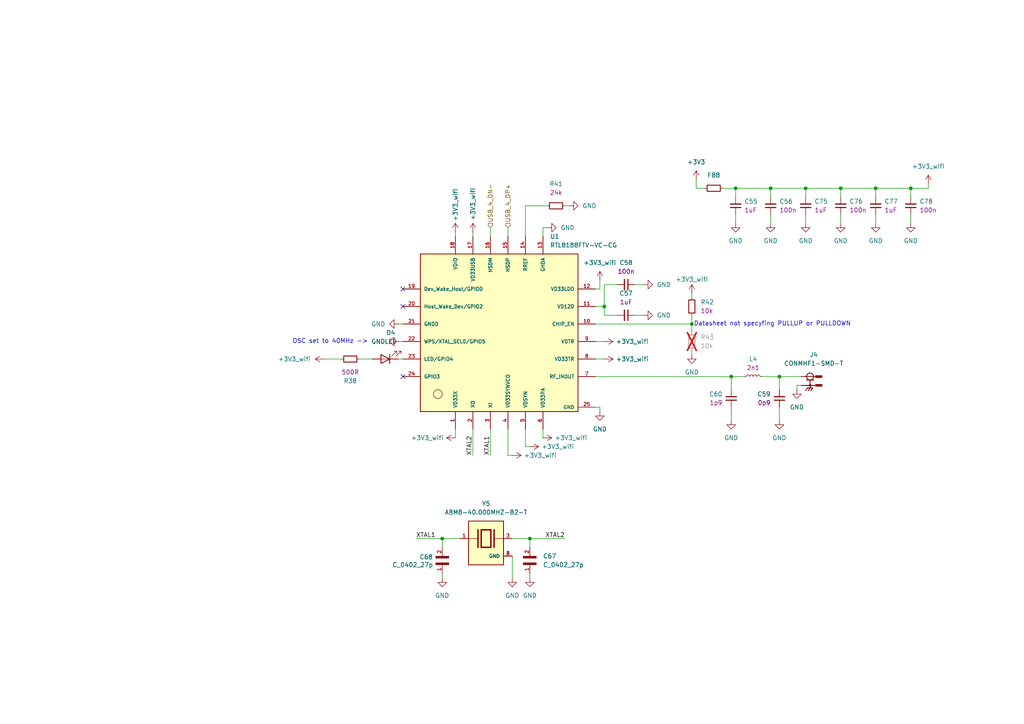
<source format=kicad_sch>
(kicad_sch (version 20231120) (generator "eeschema") (generator_version "8.0")
  (paper "A4")
  (title_block (title "M2SmartHome") (date "2024-10-11") (rev "Rev 1.0.0"))
  (lib_symbols
    (symbol "M2SmartHomeSymbols:04025A270FAT2A" (pin_names (offset 1.016))
      (property "Reference" "C" (at 0 3.8109 0))
      (property "Value" "C_0402_27p" (at 0 -5.0885 0))
      (symbol "04025A270FAT2A_0_0"
        (rectangle (start 0 -1.9069) (end 0.635 1.905) (stroke (width 0.1)) (fill (type outline)))
        (rectangle (start 1.9069 -1.9069) (end 2.54 1.905) (stroke (width 0.1)) (fill (type outline)))
        (pin passive line (at -2.54 0 0) (length 2.54) (name "~") (number "1"))
        (pin passive line (at 5.08 0 180) (length 2.54) (name "~") (number "2"))
      )
    )
    (symbol "M2SmartHomeSymbols:ABM8-40.000MHZ-B2-T" (pin_names (offset 1.016))
      (property "Reference" "Y" (at -5.0878 6.3559 0))
      (property "Value" "ABM8-40.000MHZ-B2-T" (at -5.0944 -10.16 0))
      (symbol "ABM8-40.000MHZ-B2-T_0_0"
        (rectangle (start -5.08 5.08) (end 5.08 -7.62) (stroke (width 0.254)) (fill (type background)))
        (polyline (pts (xy -5.08 0) (xy -2.54 0)) (stroke (width 0.1524)))
        (polyline (pts (xy -2.3368 2.54) (xy -2.3368 -2.54)) (stroke (width 0.4064)))
        (polyline (pts (xy -1.397 2.54) (xy -1.397 -2.54)) (stroke (width 0.4064)))
        (polyline (pts (xy -1.397 2.54) (xy 1.397 2.54)) (stroke (width 0.4064)))
        (polyline (pts (xy 1.397 -2.54) (xy -1.397 -2.54)) (stroke (width 0.4064)))
        (polyline (pts (xy 1.397 2.54) (xy 1.397 -2.54)) (stroke (width 0.4064)))
        (polyline (pts (xy 2.3368 2.54) (xy 2.3368 -2.54)) (stroke (width 0.4064)))
        (polyline (pts (xy 2.54 0) (xy 5.08 0)) (stroke (width 0.1524)))
        (pin passive line (at -7.62 0 0) (length 2.54) (name "~") (number "1"))
        (pin power_in line (at 7.62 -5.08 180) (length 2.54) (name "GND") (number "2"))
        (pin passive line (at 7.62 0 180) (length 2.54) (name "~") (number "3"))
        (pin power_in line (at 7.62 -5.08 180) (length 2.54) (name "GND") (number "4"))
      )
    )
    (symbol "M2SmartHomeSymbols:CONMHF1-SMD-T" (pin_numbers hide) (pin_names (offset 0) hide)
      (property "Reference" "J" (at -3.81 1.524 0))
      (property "Value" "CONMHF1-SMD-T" (at -4.064 -6.858 0))
      (symbol "CONMHF1-SMD-T_0_0"
        (circle (center 0 -2.54) (radius 0.254) (stroke (width 0.254)))
        (polyline (pts (xy -1.016 -1.016) (xy 0 -1.016)) (stroke (width 0.254)))
        (polyline (pts (xy -0.762 -3.302) (xy -1.27 -4.064)) (stroke (width 0.254)))
        (polyline (pts (xy 0 -3.302) (xy -0.762 -3.302)) (stroke (width 0.254)))
        (polyline (pts (xy 0 -3.302) (xy -0.508 -4.064)) (stroke (width 0.254)))
        (polyline (pts (xy 0 -3.302) (xy 0.762 -3.302)) (stroke (width 0.254)))
        (polyline (pts (xy 0 -1.016) (xy 0 -3.302)) (stroke (width 0.254)))
        (polyline (pts (xy 0 -1.016) (xy 1.016 -1.016)) (stroke (width 0.254)))
        (polyline (pts (xy 0.762 -3.302) (xy 0.254 -4.064)) (stroke (width 0.254)))
        (circle (center 0 0) (radius 1.016) (stroke (width 0.254)))
        (rectangle (start 1.5875 -2.8575) (end 3.4925 -2.2225) (stroke (width 0.1)) (fill (type outline)))
        (rectangle (start 1.5875 -0.3175) (end 3.4925 0.3175) (stroke (width 0.1)) (fill (type outline)))
        (pin passive line (at -2.54 0 0) (length 5.08) (name "~") (number "1"))
        (pin passive line (at -2.54 -2.54 0) (length 5.08) (name "~") (number "S1"))
        (pin passive line (at -2.54 -2.54 0) (length 5.08) (name "~") (number "S2"))
        (pin passive line (at -2.54 -2.54 0) (length 5.08) (name "~") (number "S3"))
      )
    )
    (symbol "M2SmartHomeSymbols:C_0p9_0201" (pin_numbers hide) (pin_names hide)
      (property "Reference" "C" (at 20.32 -5.08 0))
      (property "Val" "0p9" (at 20.32 -7.62 0))
      (symbol "C_0p9_0201_0_1"
        (polyline (pts (xy 2.032 -1.524) (xy 2.032 1.524)) (stroke (width 0.3048)))
        (polyline (pts (xy 3.048 -1.524) (xy 3.048 1.524)) (stroke (width 0.3302)))
      )
      (symbol "C_0p9_0201_1_1"
        (pin passive line (at 0 0 0) (length 2.032) (name "~") (number "1"))
        (pin passive line (at 5.08 0 180) (length 2.032) (name "~") (number "2"))
      )
    )
    (symbol "M2SmartHomeSymbols:C_100n_0402" (pin_numbers hide) (pin_names hide)
      (property "Reference" "C" (at 20.32 -5.08 0))
      (property "Val" "100n" (at 20.32 -7.62 0))
      (symbol "C_100n_0402_0_1"
        (polyline (pts (xy 2.032 -1.524) (xy 2.032 1.524)) (stroke (width 0.3048)))
        (polyline (pts (xy 3.048 -1.524) (xy 3.048 1.524)) (stroke (width 0.3302)))
      )
      (symbol "C_100n_0402_1_1"
        (pin passive line (at 0 0 0) (length 2.032) (name "~") (number "1"))
        (pin passive line (at 5.08 0 180) (length 2.032) (name "~") (number "2"))
      )
    )
    (symbol "M2SmartHomeSymbols:C_1p9_0201" (pin_numbers hide) (pin_names hide)
      (property "Reference" "C" (at 20.32 -5.08 0))
      (property "Val" "1p9" (at 20.32 -7.62 0))
      (symbol "C_1p9_0201_0_1"
        (polyline (pts (xy 2.032 -1.524) (xy 2.032 1.524)) (stroke (width 0.3048)))
        (polyline (pts (xy 3.048 -1.524) (xy 3.048 1.524)) (stroke (width 0.3302)))
      )
      (symbol "C_1p9_0201_1_1"
        (pin passive line (at 0 0 0) (length 2.032) (name "~") (number "1"))
        (pin passive line (at 5.08 0 180) (length 2.032) (name "~") (number "2"))
      )
    )
    (symbol "M2SmartHomeSymbols:C_1uF_0402" (pin_numbers hide) (pin_names hide)
      (property "Reference" "C" (at 20.32 -5.08 0))
      (property "Val" "1uF" (at 20.32 -7.62 0))
      (symbol "C_1uF_0402_0_1"
        (polyline (pts (xy 2.032 -1.524) (xy 2.032 1.524)) (stroke (width 0.3048)))
        (polyline (pts (xy 3.048 -1.524) (xy 3.048 1.524)) (stroke (width 0.3302)))
      )
      (symbol "C_1uF_0402_1_1"
        (pin passive line (at 0 0 0) (length 2.032) (name "~") (number "1"))
        (pin passive line (at 5.08 0 180) (length 2.032) (name "~") (number "2"))
      )
    )
    (symbol "M2SmartHomeSymbols:FB_120R_0603" (pin_numbers hide) (pin_names hide)
      (property "Reference" "FB" (at 20.32 -5.08 0))
      (symbol "FB_120R_0603_0_1"
        (rectangle (start 0.635 0.889) (end 4.445 -0.889) (stroke (width 0.254)))
      )
      (symbol "FB_120R_0603_1_1"
        (pin passive line (at 0 0 0) (length 0.635) (name "~") (number "1"))
        (pin passive line (at 5.08 0 180) (length 0.635) (name "~") (number "2"))
      )
    )
    (symbol "M2SmartHomeSymbols:KP-1608CGCK" (pin_numbers hide) (pin_names (offset 1.016) hide)
      (property "Reference" "D" (at 0 2.54 0))
      (property "Value" "LED" (at 0 -2.54 0))
      (symbol "KP-1608CGCK_0_1"
        (polyline (pts (xy -1.27 -1.27) (xy -1.27 1.27)) (stroke (width 0.254)))
        (polyline (pts (xy -1.27 0) (xy 1.27 0)))
        (polyline (pts (xy 1.27 -1.27) (xy 1.27 1.27) (xy -1.27 0) (xy 1.27 -1.27)) (stroke (width 0.254)))
        (polyline (pts (xy -3.048 -0.762) (xy -4.572 -2.286) (xy -3.81 -2.286) (xy -4.572 -2.286) (xy -4.572 -1.524)))
        (polyline (pts (xy -1.778 -0.762) (xy -3.302 -2.286) (xy -2.54 -2.286) (xy -3.302 -2.286) (xy -3.302 -1.524)))
      )
      (symbol "KP-1608CGCK_1_1"
        (pin passive line (at -3.81 0 0) (length 2.54) (name "K") (number "1"))
        (pin passive line (at 3.81 0 180) (length 2.54) (name "A") (number "2"))
      )
    )
    (symbol "M2SmartHomeSymbols:L_2n1_0201" (pin_numbers hide) (pin_names hide)
      (property "Reference" "L" (at 20.32 -5.08 0))
      (property "Val" "2n1" (at 20.32 -7.62 0))
      (symbol "L_2n1_0201_0_1"
        (arc (start 1.524 0) (mid 1.016 0.5058) (end 0.508 0))
        (arc (start 2.54 0) (mid 2.032 0.5058) (end 1.524 0))
        (arc (start 3.556 0) (mid 3.048 0.5058) (end 2.54 0))
        (arc (start 4.572 0) (mid 4.064 0.5058) (end 3.556 0))
      )
      (symbol "L_2n1_0201_1_1"
        (pin passive line (at 0 0 0) (length 0.508) (name "~") (number "1"))
        (pin passive line (at 5.08 0 180) (length 0.508) (name "~") (number "2"))
      )
    )
    (symbol "M2SmartHomeSymbols:RTL8188FTV-VC-CG" (pin_names (offset 1.016))
      (property "Reference" "U" (at -22.606 24.384 0))
      (property "Value" "RTL8188FTV-VC-CG" (at -9.398 0 0))
      (symbol "RTL8188FTV-VC-CG_0_0"
        (rectangle (start -22.86 22.86) (end 22.86 -22.86) (stroke (width 0.254)) (fill (type background)))
      )
      (symbol "RTL8188FTV-VC-CG_0_1"
        (circle (center -17.78 -17.78) (radius 1.27))
      )
      (symbol "RTL8188FTV-VC-CG_1_0"
        (pin power_in line (at -12.7 -27.94 90) (length 5.08) (name "VD33X") (number "1"))
        (pin bidirectional line (at 27.94 2.54 180) (length 5.08) (name "CHIP_EN") (number "10"))
        (pin bidirectional line (at 27.94 7.62 180) (length 5.08) (name "VD12D") (number "11"))
        (pin power_in line (at 27.94 12.7 180) (length 5.08) (name "VD33LDO") (number "12"))
        (pin bidirectional line (at 12.7 27.94 270) (length 5.08) (name "GHDA") (number "13"))
        (pin bidirectional line (at 7.62 27.94 270) (length 5.08) (name "RREF") (number "14"))
        (pin bidirectional line (at 2.54 27.94 270) (length 5.08) (name "HSDP") (number "15"))
        (pin bidirectional line (at -2.54 27.94 270) (length 5.08) (name "HSDM") (number "16"))
        (pin bidirectional line (at -7.62 27.94 270) (length 5.08) (name "VD33USB") (number "17"))
        (pin bidirectional line (at -12.7 27.94 270) (length 5.08) (name "VDIO") (number "18"))
        (pin bidirectional line (at -27.94 12.7 0) (length 5.08) (name "Dev_Wake_Host/GPIO0") (number "19"))
        (pin bidirectional line (at -7.62 -27.94 90) (length 5.08) (name "XO") (number "2"))
        (pin bidirectional line (at -27.94 7.62 0) (length 5.08) (name "Host_Wake_Dev/GPIO2") (number "20"))
        (pin power_in line (at -27.94 2.54 0) (length 5.08) (name "GNDD") (number "21"))
        (pin bidirectional line (at -27.94 -2.54 0) (length 5.08) (name "WPS/XTAL_SEL0/GPIO5") (number "22"))
        (pin bidirectional line (at -27.94 -7.62 0) (length 5.08) (name "LED/GPIO4") (number "23"))
        (pin bidirectional line (at -27.94 -12.7 0) (length 5.08) (name "GPIO3") (number "24"))
        (pin bidirectional line (at 27.94 -21.59 180) (length 5.08) (name "GND") (number "25"))
        (pin bidirectional line (at -2.54 -27.94 90) (length 5.08) (name "XI") (number "3"))
        (pin power_in line (at 2.54 -27.94 90) (length 5.08) (name "VD33SYNVCO") (number "4"))
        (pin power_out line (at 7.62 -27.94 90) (length 5.08) (name "VDSYN") (number "5"))
        (pin power_in line (at 12.7 -27.94 90) (length 5.08) (name "VD33PA") (number "6"))
        (pin bidirectional line (at 27.94 -12.7 180) (length 5.08) (name "RF_INOUT") (number "7"))
        (pin bidirectional line (at 27.94 -7.62 180) (length 5.08) (name "VD33TR") (number "8"))
        (pin bidirectional line (at 27.94 -2.54 180) (length 5.08) (name "VDTR") (number "9"))
      )
    )
    (symbol "M2SmartHomeSymbols:R_10k_0402" (pin_numbers hide) (pin_names hide)
      (property "Reference" "R" (at 20.32 -5.08 0))
      (property "Val" "10k" (at 20.32 -7.62 0))
      (symbol "R_10k_0402_0_1"
        (rectangle (start 0.635 0.889) (end 4.445 -0.889) (stroke (width 0.254)))
      )
      (symbol "R_10k_0402_1_1"
        (pin passive line (at 0 0 0) (length 0.635) (name "~") (number "1"))
        (pin passive line (at 5.08 0 180) (length 0.635) (name "~") (number "2"))
      )
    )
    (symbol "M2SmartHomeSymbols:R_24k_0402" (pin_numbers hide) (pin_names hide)
      (property "Reference" "R" (at 20.32 -5.08 0))
      (property "Val" "24k" (at 20.32 -7.62 0))
      (symbol "R_24k_0402_0_1"
        (rectangle (start 0.635 0.889) (end 4.445 -0.889) (stroke (width 0.254)))
      )
      (symbol "R_24k_0402_1_1"
        (pin passive line (at 0 0 0) (length 0.635) (name "~") (number "1"))
        (pin passive line (at 5.08 0 180) (length 0.635) (name "~") (number "2"))
      )
    )
    (symbol "M2SmartHomeSymbols:R_500R_0402" (pin_numbers hide) (pin_names hide)
      (property "Reference" "R" (at 20.32 -5.08 0))
      (property "Val" "500R" (at 20.32 -7.62 0))
      (symbol "R_500R_0402_0_1"
        (rectangle (start 0.635 0.889) (end 4.445 -0.889) (stroke (width 0.254)))
      )
      (symbol "R_500R_0402_1_1"
        (pin passive line (at 0 0 0) (length 0.635) (name "~") (number "1"))
        (pin passive line (at 5.08 0 180) (length 0.635) (name "~") (number "2"))
      )
    )
    (symbol "power:+3V3" (power) (pin_numbers hide) (pin_names (offset 0) hide)
      (property "Value" "+3V3" (at 0 3.556 0))
      (symbol "+3V3_0_1"
        (polyline (pts (xy -0.762 1.27) (xy 0 2.54)))
        (polyline (pts (xy 0 0) (xy 0 2.54)))
        (polyline (pts (xy 0 2.54) (xy 0.762 1.27)))
      )
      (symbol "+3V3_1_1"
        (pin power_in line (at 0 0 90) (length 0) (name "~") (number "1"))
      )
    )
    (symbol "power:GND" (power) (pin_numbers hide) (pin_names (offset 0) hide)
      (property "Value" "GND" (at 0 -3.81 0))
      (symbol "GND_0_1"
        (polyline (pts (xy 0 0) (xy 0 -1.27) (xy 1.27 -1.27) (xy 0 -2.54) (xy -1.27 -1.27) (xy 0 -1.27)))
      )
      (symbol "GND_1_1"
        (pin power_in line (at 0 0 270) (length 0) (name "~") (number "1"))
      )
    )
  )
  (junction (at 200.66 93.98))
  (junction (at 212.09 109.22))
  (junction (at 223.52 54.61))
  (junction (at 264.16 54.61))
  (junction (at 128.27 156.21))
  (junction (at 226.06 109.22))
  (junction (at 254 54.61))
  (junction (at 153.67 156.21))
  (junction (at 233.68 54.61))
  (junction (at 213.36 54.61))
  (junction (at 243.84 54.61))
  (junction (at 175.26 88.9))
  (no_connect (at 116.84 88.9))
  (no_connect (at 116.84 83.82))
  (no_connect (at 116.84 109.22))
  (wire (pts (xy 226.06 113.03) (xy 226.06 109.22)))
  (wire (pts (xy 148.59 156.21) (xy 153.67 156.21)))
  (wire (pts (xy 157.48 66.04) (xy 157.48 68.58)))
  (wire (pts (xy 128.27 156.21) (xy 133.35 156.21)))
  (wire (pts (xy 115.57 99.06) (xy 116.84 99.06)))
  (wire (pts (xy 226.06 109.22) (xy 220.98 109.22)))
  (wire (pts (xy 226.06 118.11) (xy 226.06 121.92)))
  (wire (pts (xy 132.08 124.46) (xy 132.08 127)))
  (wire (pts (xy 172.72 118.11) (xy 173.99 118.11)))
  (wire (pts (xy 212.09 109.22) (xy 172.72 109.22)))
  (wire (pts (xy 184.15 91.44) (xy 186.69 91.44)))
  (wire (pts (xy 223.52 62.23) (xy 223.52 64.77)))
  (wire (pts (xy 173.99 118.11) (xy 173.99 119.38)))
  (wire (pts (xy 148.59 161.29) (xy 148.59 167.64)))
  (wire (pts (xy 254 54.61) (xy 264.16 54.61)))
  (wire (pts (xy 137.16 68.58) (xy 137.16 67.31)))
  (wire (pts (xy 152.4 129.54) (xy 153.67 129.54)))
  (wire (pts (xy 200.66 93.98) (xy 200.66 91.44)))
  (wire (pts (xy 215.9 109.22) (xy 212.09 109.22)))
  (wire (pts (xy 152.4 68.58) (xy 152.4 59.69)))
  (wire (pts (xy 232.41 109.22) (xy 226.06 109.22)))
  (wire (pts (xy 212.09 113.03) (xy 212.09 109.22)))
  (wire (pts (xy 179.07 91.44) (xy 175.26 91.44)))
  (wire (pts (xy 269.24 54.61) (xy 269.24 53.34)))
  (wire (pts (xy 173.99 83.82) (xy 172.72 83.82)))
  (wire (pts (xy 184.15 82.55) (xy 186.69 82.55)))
  (wire (pts (xy 163.83 59.69) (xy 165.1 59.69)))
  (wire (pts (xy 264.16 54.61) (xy 264.16 57.15)))
  (wire (pts (xy 200.66 85.09) (xy 200.66 86.36)))
  (wire (pts (xy 172.72 104.14) (xy 175.26 104.14)))
  (wire (pts (xy 232.41 111.76) (xy 231.14 111.76)))
  (wire (pts (xy 243.84 54.61) (xy 243.84 57.15)))
  (wire (pts (xy 233.68 62.23) (xy 233.68 64.77)))
  (wire (pts (xy 128.27 156.21) (xy 120.65 156.21)))
  (wire (pts (xy 175.26 82.55) (xy 175.26 88.9)))
  (wire (pts (xy 243.84 54.61) (xy 254 54.61)))
  (wire (pts (xy 223.52 54.61) (xy 223.52 57.15)))
  (wire (pts (xy 153.67 158.75) (xy 153.67 156.21)))
  (wire (pts (xy 213.36 54.61) (xy 223.52 54.61)))
  (wire (pts (xy 223.52 54.61) (xy 233.68 54.61)))
  (wire (pts (xy 269.24 54.61) (xy 264.16 54.61)))
  (wire (pts (xy 201.93 52.07) (xy 201.93 54.61)))
  (wire (pts (xy 147.32 132.08) (xy 148.59 132.08)))
  (wire (pts (xy 147.32 124.46) (xy 147.32 132.08)))
  (wire (pts (xy 153.67 166.37) (xy 153.67 167.64)))
  (wire (pts (xy 128.27 166.37) (xy 128.27 167.64)))
  (wire (pts (xy 200.66 93.98) (xy 200.66 96.52)))
  (wire (pts (xy 254 62.23) (xy 254 64.77)))
  (wire (pts (xy 233.68 54.61) (xy 243.84 54.61)))
  (wire (pts (xy 152.4 59.69) (xy 158.75 59.69)))
  (wire (pts (xy 175.26 88.9) (xy 172.72 88.9)))
  (wire (pts (xy 264.16 62.23) (xy 264.16 64.77)))
  (wire (pts (xy 175.26 91.44) (xy 175.26 88.9)))
  (wire (pts (xy 243.84 62.23) (xy 243.84 64.77)))
  (wire (pts (xy 107.95 104.14) (xy 104.14 104.14)))
  (wire (pts (xy 213.36 62.23) (xy 213.36 64.77)))
  (wire (pts (xy 173.99 81.28) (xy 173.99 83.82)))
  (wire (pts (xy 99.06 104.14) (xy 93.98 104.14)))
  (wire (pts (xy 115.57 93.98) (xy 116.84 93.98)))
  (wire (pts (xy 142.24 124.46) (xy 142.24 132.08)))
  (wire (pts (xy 200.66 101.6) (xy 200.66 102.87)))
  (wire (pts (xy 172.72 99.06) (xy 175.26 99.06)))
  (wire (pts (xy 231.14 111.76) (xy 231.14 113.03)))
  (wire (pts (xy 179.07 82.55) (xy 175.26 82.55)))
  (wire (pts (xy 128.27 158.75) (xy 128.27 156.21)))
  (wire (pts (xy 142.24 66.04) (xy 142.24 68.58)))
  (wire (pts (xy 201.93 54.61) (xy 204.47 54.61)))
  (wire (pts (xy 153.67 156.21) (xy 163.83 156.21)))
  (wire (pts (xy 157.48 124.46) (xy 157.48 127)))
  (wire (pts (xy 212.09 118.11) (xy 212.09 121.92)))
  (wire (pts (xy 209.55 54.61) (xy 213.36 54.61)))
  (wire (pts (xy 158.75 66.04) (xy 157.48 66.04)))
  (wire (pts (xy 152.4 124.46) (xy 152.4 129.54)))
  (wire (pts (xy 132.08 68.58) (xy 132.08 67.31)))
  (wire (pts (xy 254 54.61) (xy 254 57.15)))
  (wire (pts (xy 137.16 124.46) (xy 137.16 132.08)))
  (wire (pts (xy 233.68 54.61) (xy 233.68 57.15)))
  (wire (pts (xy 116.84 104.14) (xy 115.57 104.14)))
  (wire (pts (xy 147.32 66.04) (xy 147.32 68.58)))
  (wire (pts (xy 213.36 54.61) (xy 213.36 57.15)))
  (wire (pts (xy 172.72 93.98) (xy 200.66 93.98)))
  (text "Datasheet not specyfing PULLUP or PULLDOWN\n" (at 224.028 93.98 0) (effects (font (size 1.27 1.27))))
  (text "OSC set to 40MHz ->" (at 95.758 99.06 0) (effects (font (size 1.27 1.27))))
  (label "XTAL1" (at 142.24 132.08 90))
  (label "XTAL2" (at 137.16 132.08 90))
  (label "XTAL2" (at 163.83 156.21 180))
  (label "XTAL1" (at 120.65 156.21 0))
  (hierarchical_label "USB_4_DP+" (shape input) (at 147.32 66.04 90))
  (hierarchical_label "USB_4_DN-" (shape input) (at 142.24 66.04 90))
  (symbol (lib_id "power:GND") (at 165.1 59.69 90) (unit 1)
    (property "Reference" "#PWR0129" (effects (hide yes)))
    (property "Value" "GND" (at 168.91 59.6899 90) (effects (justify right)))
    (property "Description" "Power symbol creates a global label with name \"GND\" , ground" (effects (hide yes)))
  )
  (symbol (lib_id "M2SmartHomeSymbols:ABM8-40.000MHZ-B2-T") (at 140.97 156.21 0) (unit 1)
    (property "Reference" "Y5" (at 140.97 146.05 0))
    (property "Value" "ABM8-40.000MHZ-B2-T" (at 140.97 148.59 0))
    (property "Footprint" "M2SmartHomeFootprints:ABM8-40.000MHZ-B2-T" (effects (hide yes)))
    (property "Datasheet" "https://eu.mouser.com/datasheet/2/3/abm8-1384678.pdf" (effects (hide yes)))
    (property "MF" "Abracon Corporation" (effects (hide yes)))
    (property "MAXIMUM_PACKAGE_HEIGHT" "0.8 mm" (effects (hide yes)))
    (property "Package" "NON-STANDARD-4 ABRACON" (effects (hide yes)))
    (property "Price" "None" (effects (hide yes)))
    (property "STANDARD" "Manufacturer Recommendations" (effects (hide yes)))
    (property "PARTREV" "44041" (effects (hide yes)))
    (property "MP" "ABM8-40.000MHZ-B2-T" (effects (hide yes)))
    (property "Availability" "In Stock" (effects (hide yes)))
    (property "MANUFACTURER" "Abracon" (effects (hide yes)))
  )
  (symbol (lib_id "M2SmartHomeSymbols:FB_120R_0603") (at 204.47 54.61 0) (unit 1)
    (property "Reference" "FB8" (at 207.01 50.8 0))
    (property "Value" "FB_120R_0603" (effects (hide yes)))
    (property "Footprint" "M2SmartHomeFootprints:FB_0603" (effects (hide yes)))
    (property "Datasheet" "https://www.murata.com/products/productdetail?partno=BLM18AG121SN1D" (effects (hide yes)))
    (property "Description" "SMD Ferrite Bead, 120 Ω @ 100 MHz, 2 A, 0603 [1608 Metric], BLM18A Series" (effects (hide yes)))
    (property "MPN" "BLM18AG121SN1D" (effects (hide yes)))
    (property "Manufacturer" "Murata" (effects (hide yes)))
    (property "License" "Apache-2.0" (effects (hide yes)))
    (property "Author" "Your Name" (effects (hide yes)))
    (property "Impedance" "120R @ 100 MHz" (effects (hide yes)))
    (property "Current" "2A" (effects (hide yes)))
  )
  (symbol (lib_id "power:+3V3") (at 137.16 67.31 0) (unit 1)
    (property "Reference" "#PWR0177" (effects (hide yes)))
    (property "Value" "+3V3_wifi" (at 137.16 59.182 90))
    (property "Description" "Power symbol creates a global label with name \"+3V3\"" (effects (hide yes)))
  )
  (symbol (lib_id "power:GND") (at 173.99 119.38 0) (unit 1)
    (property "Reference" "#PWR0124" (effects (hide yes)))
    (property "Value" "GND" (at 173.99 124.46 0))
    (property "Description" "Power symbol creates a global label with name \"GND\" , ground" (effects (hide yes)))
  )
  (symbol (lib_id "power:GND") (at 153.67 167.64 0) (unit 1)
    (property "Reference" "#PWR0168" (effects (hide yes)))
    (property "Value" "GND" (at 153.67 172.72 0))
    (property "Description" "Power symbol creates a global label with name \"GND\" , ground" (effects (hide yes)))
  )
  (symbol (lib_id "power:+3V3") (at 201.93 52.07 0) (unit 1)
    (property "Reference" "#PWR0131" (effects (hide yes)))
    (property "Value" "+3V3" (at 201.93 46.99 0))
    (property "Description" "Power symbol creates a global label with name \"+3V3\"" (effects (hide yes)))
  )
  (symbol (lib_id "power:+3V3") (at 200.66 85.09 0) (unit 1)
    (property "Reference" "#PWR0166" (effects (hide yes)))
    (property "Value" "+3V3_wifi" (at 200.66 81.026 0))
    (property "Description" "Power symbol creates a global label with name \"+3V3\"" (effects (hide yes)))
  )
  (symbol (lib_id "M2SmartHomeSymbols:R_10k_0402") (at 200.66 91.44 90) (unit 1)
    (property "Reference" "R42" (at 203.2 87.63 90) (effects (justify right)))
    (property "Value" "R_10k_0402" (effects (hide yes)))
    (property "Footprint" "M2SmartHomeFootprints:R_0402" (effects (hide yes)))
    (property "Datasheet" "https://www.vishay.com/docs/20035/crcw0402.pdf" (effects (hide yes)))
    (property "Description" "SMD Thick Film Resistor, 10 kΩ, ±1%, 1/16 W, 0402 [1005 Metric], CRCW Series" (effects (hide yes)))
    (property "MPN" "CRCW040210K0FKED" (effects (hide yes)))
    (property "Manufacturer" "Vishay" (effects (hide yes)))
    (property "License" "Apache-2.0" (effects (hide yes)))
    (property "Author" "Your Name" (effects (hide yes)))
    (property "Val" "10k" (at 203.2 90.17 90) (effects (justify right)))
    (property "Tolerance" "1%" (effects (hide yes)))
    (property "Power" "1/16 W" (effects (hide yes)))
  )
  (symbol (lib_id "M2SmartHomeSymbols:C_100n_0402") (at 264.16 62.23 90) (unit 1)
    (property "Reference" "C78" (at 266.7 58.4136 90) (effects (justify right)))
    (property "Value" "C_100n_0402" (effects (hide yes)))
    (property "Footprint" "M2SmartHomeFootprints:C_0402" (effects (hide yes)))
    (property "Datasheet" "https://www.murata.com/products/productdetail?partno=GRM155R61A104KE01%23" (effects (hide yes)))
    (property "Description" "SMD Multilayer Ceramic Capacitor, 100 nF, 10 V, 0402 [1005 Metric], ±10%, X5R, GRM Series" (effects (hide yes)))
    (property "MPN" "GRM155R61A104KE01D" (effects (hide yes)))
    (property "Manufacturer" "Murata" (effects (hide yes)))
    (property "License" "Apache-2.0" (effects (hide yes)))
    (property "Author" "Your Name" (effects (hide yes)))
    (property "Val" "100n" (at 266.7 60.9536 90) (effects (justify right)))
    (property "Voltage" "10V" (effects (hide yes)))
    (property "Dielectric" "X5R" (effects (hide yes)))
  )
  (symbol (lib_id "power:GND") (at 148.59 167.64 0) (unit 1)
    (property "Reference" "#PWR0169" (effects (hide yes)))
    (property "Value" "GND" (at 148.59 172.72 0))
    (property "Description" "Power symbol creates a global label with name \"GND\" , ground" (effects (hide yes)))
  )
  (symbol (lib_id "power:GND") (at 212.09 121.92 0) (mirror y) (unit 1)
    (property "Reference" "#PWR0138" (effects (hide yes)))
    (property "Value" "GND" (at 212.09 127 0))
    (property "Description" "Power symbol creates a global label with name \"GND\" , ground" (effects (hide yes)))
  )
  (symbol (lib_id "power:GND") (at 243.84 64.77 0) (unit 1)
    (property "Reference" "#PWR0211" (effects (hide yes)))
    (property "Value" "GND" (at 243.84 69.85 0))
    (property "Description" "Power symbol creates a global label with name \"GND\" , ground" (effects (hide yes)))
  )
  (symbol (lib_id "M2SmartHomeSymbols:C_0p9_0201") (at 226.06 118.11 270) (mirror x) (unit 1)
    (property "Reference" "C59" (at 223.52 114.2936 90) (effects (justify right)))
    (property "Value" "C_0p9_0201" (effects (hide yes)))
    (property "Footprint" "M2SmartHomeFootprints:C_0201" (effects (hide yes)))
    (property "Datasheet" "https://www.murata.com/en-global/products/productdetail?partno=GRM0335C1HR90WA01%23" (effects (hide yes)))
    (property "Description" "SMD Multilayer Ceramic Capacitor, 0.9 pF, 50 V, 0201 [0603 Metric], ±0.05 pF, C0G (NP0), GRM Series" (effects (hide yes)))
    (property "MPN" "GRM0335C1HR90WA01D" (effects (hide yes)))
    (property "Manufacturer" "Murata" (effects (hide yes)))
    (property "License" "Apache-2.0" (effects (hide yes)))
    (property "Author" "Your Name" (effects (hide yes)))
    (property "Val" "0p9" (at 223.52 116.8336 90) (effects (justify right)))
    (property "Voltage" "50V" (effects (hide yes)))
    (property "Dielectric" "C0G" (effects (hide yes)))
  )
  (symbol (lib_id "power:GND") (at 115.57 99.06 270) (unit 1)
    (property "Reference" "#PWR0128" (effects (hide yes)))
    (property "Value" "GND" (at 111.76 99.0599 90) (effects (justify right)))
    (property "Description" "Power symbol creates a global label with name \"GND\" , ground" (effects (hide yes)))
  )
  (symbol (lib_id "power:GND") (at 200.66 102.87 0) (unit 1)
    (property "Reference" "#PWR0130" (effects (hide yes)))
    (property "Value" "GND" (at 200.66 107.95 0))
    (property "Description" "Power symbol creates a global label with name \"GND\" , ground" (effects (hide yes)))
  )
  (symbol (lib_id "M2SmartHomeSymbols:C_1p9_0201") (at 212.09 118.11 270) (mirror x) (unit 1)
    (property "Reference" "C60" (at 209.55 114.2936 90) (effects (justify right)))
    (property "Value" "C_1p9_0201" (effects (hide yes)))
    (property "Footprint" "M2SmartHomeFootprints:C_0201" (effects (hide yes)))
    (property "Datasheet" "https://www.murata.com/en-global/products/productdetail?partno=GRM0335C1H1R9WA01%23" (effects (hide yes)))
    (property "Description" "SMD Multilayer Ceramic Capacitor, 1.9 pF, 50 V, 0201 [0603 Metric], ±0.05 pF, C0G (NP0), GRM Series" (effects (hide yes)))
    (property "MPN" "GRM0335C1H1R9WA01D" (effects (hide yes)))
    (property "Manufacturer" "Murata" (effects (hide yes)))
    (property "License" "Apache-2.0" (effects (hide yes)))
    (property "Author" "Your Name" (effects (hide yes)))
    (property "Val" "1p9" (at 209.55 116.8336 90) (effects (justify right)))
    (property "Voltage" "50V" (effects (hide yes)))
    (property "Dielectric" "C0G" (effects (hide yes)))
  )
  (symbol (lib_id "M2SmartHomeSymbols:RTL8188FTV-VC-CG") (at 144.78 96.52 0) (unit 1)
    (property "Reference" "U1" (at 159.4994 68.58 0) (effects (justify left)))
    (property "Value" "RTL8188FTV-VC-CG" (at 159.4994 71.12 0) (effects (justify left)))
    (property "Footprint" "M2SmartHomeFootprints:RTL8188FTV-VC-CG" (effects (hide yes)))
    (property "Datasheet" "https://xonstorage.blob.core.windows.net/pdf/realtek_rtl8188ftvvccg_apr22_xonlink.pdf" (effects (hide yes)))
    (property "MF" "Realtek" (effects (hide yes)))
    (property "Package" "QFN-24 Silicon Labs" (effects (hide yes)))
    (property "Price" "None" (effects (hide yes)))
    (property "PART_REV" "1.1" (effects (hide yes)))
    (property "MP" "RTL8188FTV-VC-CG" (effects (hide yes)))
    (property "Availability" "In Stock" (effects (hide yes)))
    (property "MANUFACTURER" "Realtek" (effects (hide yes)))
  )
  (symbol (lib_id "power:GND") (at 226.06 121.92 0) (mirror y) (unit 1)
    (property "Reference" "#PWR0137" (effects (hide yes)))
    (property "Value" "GND" (at 226.06 127 0))
    (property "Description" "Power symbol creates a global label with name \"GND\" , ground" (effects (hide yes)))
  )
  (symbol (lib_id "power:GND") (at 186.69 91.44 90) (unit 1)
    (property "Reference" "#PWR0134" (effects (hide yes)))
    (property "Value" "GND" (at 190.5 91.4399 90) (effects (justify right)))
    (property "Description" "Power symbol creates a global label with name \"GND\" , ground" (effects (hide yes)))
  )
  (symbol (lib_id "power:+3V3") (at 93.98 104.14 90) (unit 1)
    (property "Reference" "#PWR0110" (effects (hide yes)))
    (property "Value" "+3V3_wifi" (at 90.17 104.1399 90) (effects (justify left)))
    (property "Description" "Power symbol creates a global label with name \"+3V3\"" (effects (hide yes)))
  )
  (symbol (lib_id "M2SmartHomeSymbols:04025A270FAT2A") (at 153.67 163.83 90) (unit 1)
    (property "Reference" "C67" (at 157.48 161.2899 90) (effects (justify right)))
    (property "Value" "C_0402_27p" (at 157.48 163.8299 90) (effects (justify right)))
    (property "Footprint" "M2SmartHomeFootprints:C_0402" (effects (hide yes)))
    (property "Datasheet" "https://www.tme.eu/Document/bbf9b851c2f67970461c4f5edb477604/C0GNP0-Dielectric.pdf" (effects (hide yes)))
    (property "MF" "AVX" (effects (hide yes)))
    (property "Description_1" "\n27 pF ±1% 50V Ceramic Capacitor C0G, NP0 0402 (1005 Metric)\n" (effects (hide yes)))
    (property "Package" "1005 AVX" (effects (hide yes)))
    (property "Price" "None" (effects (hide yes)))
    (property "SnapEDA_Link" "https://www.snapeda.com/parts/04025A270FAT2A/AVX/view-part/?ref=snap" (effects (hide yes)))
    (property "MP" "04025A270FAT2A" (effects (hide yes)))
    (property "Availability" "In Stock" (effects (hide yes)))
    (property "Check_prices" "https://www.snapeda.com/parts/04025A270FAT2A/AVX/view-part/?ref=eda" (effects (hide yes)))
  )
  (symbol (lib_id "M2SmartHomeSymbols:C_1uF_0402") (at 184.15 91.44 180) (unit 1)
    (property "Reference" "C57" (at 181.6036 85.09 0))
    (property "Value" "C_1uF_0402" (effects (hide yes)))
    (property "Footprint" "M2SmartHomeFootprints:C_0402" (effects (hide yes)))
    (property "Datasheet" "https://www.murata.com/products/productdetail?partno=GRM155R61H105KE92%23" (effects (hide yes)))
    (property "Description" "SMD Multilayer Ceramic Capacitor, 1 µF, 50 V, 0402 [1005 Metric], ±10%, X5R, GRM Series" (effects (hide yes)))
    (property "MPN" "GRM155R61H105KE92D" (effects (hide yes)))
    (property "Manufacturer" "Murata" (effects (hide yes)))
    (property "License" "Apache-2.0" (effects (hide yes)))
    (property "Author" "Your Name" (effects (hide yes)))
    (property "Val" "1uF" (at 181.6036 87.63 0))
    (property "Voltage" "50V" (effects (hide yes)))
    (property "Dielectric" "X5R" (effects (hide yes)))
  )
  (symbol (lib_id "M2SmartHomeSymbols:C_1uF_0402") (at 233.68 62.23 90) (unit 1)
    (property "Reference" "C75" (at 236.22 58.4136 90) (effects (justify right)))
    (property "Value" "C_1uF_0402" (effects (hide yes)))
    (property "Footprint" "M2SmartHomeFootprints:C_0402" (effects (hide yes)))
    (property "Datasheet" "https://www.murata.com/products/productdetail?partno=GRM155R61H105KE92%23" (effects (hide yes)))
    (property "Description" "SMD Multilayer Ceramic Capacitor, 1 µF, 50 V, 0402 [1005 Metric], ±10%, X5R, GRM Series" (effects (hide yes)))
    (property "MPN" "GRM155R61H105KE92D" (effects (hide yes)))
    (property "Manufacturer" "Murata" (effects (hide yes)))
    (property "License" "Apache-2.0" (effects (hide yes)))
    (property "Author" "Your Name" (effects (hide yes)))
    (property "Val" "1uF" (at 236.22 60.9536 90) (effects (justify right)))
    (property "Voltage" "50V" (effects (hide yes)))
    (property "Dielectric" "X5R" (effects (hide yes)))
  )
  (symbol (lib_id "power:+3V3") (at 132.08 127 90) (unit 1)
    (property "Reference" "#PWR0175" (effects (hide yes)))
    (property "Value" "+3V3_wifi" (at 123.952 127 90))
    (property "Description" "Power symbol creates a global label with name \"+3V3\"" (effects (hide yes)))
  )
  (symbol (lib_id "power:+3V3") (at 157.48 127 270) (unit 1)
    (property "Reference" "#PWR0172" (effects (hide yes)))
    (property "Value" "+3V3_wifi" (at 165.608 127 90))
    (property "Description" "Power symbol creates a global label with name \"+3V3\"" (effects (hide yes)))
  )
  (symbol (lib_id "power:+3V3") (at 175.26 104.14 270) (unit 1)
    (property "Reference" "#PWR0171" (effects (hide yes)))
    (property "Value" "+3V3_wifi" (at 183.388 104.14 90))
    (property "Description" "Power symbol creates a global label with name \"+3V3\"" (effects (hide yes)))
  )
  (symbol (lib_id "power:+3V3") (at 173.99 81.28 0) (unit 1)
    (property "Reference" "#PWR0165" (effects (hide yes)))
    (property "Value" "+3V3_wifi" (at 173.99 76.2 0))
    (property "Description" "Power symbol creates a global label with name \"+3V3\"" (effects (hide yes)))
  )
  (symbol (lib_id "M2SmartHomeSymbols:C_100n_0402") (at 243.84 62.23 90) (unit 1)
    (property "Reference" "C76" (at 246.38 58.4136 90) (effects (justify right)))
    (property "Value" "C_100n_0402" (effects (hide yes)))
    (property "Footprint" "M2SmartHomeFootprints:C_0402" (effects (hide yes)))
    (property "Datasheet" "https://www.murata.com/products/productdetail?partno=GRM155R61A104KE01%23" (effects (hide yes)))
    (property "Description" "SMD Multilayer Ceramic Capacitor, 100 nF, 10 V, 0402 [1005 Metric], ±10%, X5R, GRM Series" (effects (hide yes)))
    (property "MPN" "GRM155R61A104KE01D" (effects (hide yes)))
    (property "Manufacturer" "Murata" (effects (hide yes)))
    (property "License" "Apache-2.0" (effects (hide yes)))
    (property "Author" "Your Name" (effects (hide yes)))
    (property "Val" "100n" (at 246.38 60.9536 90) (effects (justify right)))
    (property "Voltage" "10V" (effects (hide yes)))
    (property "Dielectric" "X5R" (effects (hide yes)))
  )
  (symbol (lib_id "power:GND") (at 223.52 64.77 0) (unit 1)
    (property "Reference" "#PWR0133" (effects (hide yes)))
    (property "Value" "GND" (at 223.52 69.85 0))
    (property "Description" "Power symbol creates a global label with name \"GND\" , ground" (effects (hide yes)))
  )
  (symbol (lib_id "M2SmartHomeSymbols:C_100n_0402") (at 223.52 62.23 90) (unit 1)
    (property "Reference" "C56" (at 226.06 58.4136 90) (effects (justify right)))
    (property "Value" "C_100n_0402" (effects (hide yes)))
    (property "Footprint" "M2SmartHomeFootprints:C_0402" (effects (hide yes)))
    (property "Datasheet" "https://www.murata.com/products/productdetail?partno=GRM155R61A104KE01%23" (effects (hide yes)))
    (property "Description" "SMD Multilayer Ceramic Capacitor, 100 nF, 10 V, 0402 [1005 Metric], ±10%, X5R, GRM Series" (effects (hide yes)))
    (property "MPN" "GRM155R61A104KE01D" (effects (hide yes)))
    (property "Manufacturer" "Murata" (effects (hide yes)))
    (property "License" "Apache-2.0" (effects (hide yes)))
    (property "Author" "Your Name" (effects (hide yes)))
    (property "Val" "100n" (at 226.06 60.9536 90) (effects (justify right)))
    (property "Voltage" "10V" (effects (hide yes)))
    (property "Dielectric" "X5R" (effects (hide yes)))
  )
  (symbol (lib_id "M2SmartHomeSymbols:CONMHF1-SMD-T") (at 234.95 109.22 0) (unit 1)
    (property "Reference" "J4" (at 236.0228 102.87 0))
    (property "Value" "CONMHF1-SMD-T" (at 236.0228 105.41 0))
    (property "Footprint" "M2SmartHomeFootprints:CONMHF1-SMD-T" (effects (hide yes)))
    (property "Datasheet" "https://www.mouser.pl/datasheet/2/418/9/ENG_DS_conmhf1_smd_g_t_ds_A1-3238757.pdf" (effects (hide yes)))
    (property "SnapEDA_Link" "https://www.snapeda.com/parts/CONMHF1-SMD-T/Linx/view-part/?ref=snap" (effects (hide yes)))
    (property "Check_prices" "https://www.snapeda.com/parts/CONMHF1-SMD-T/Linx/view-part/?ref=eda" (effects (hide yes)))
    (property "Package" "None" (effects (hide yes)))
    (property "Price" "None" (effects (hide yes)))
    (property "MF" "Linx Technologies Inc." (effects (hide yes)))
    (property "MP" "CONMHF1-SMD-T" (effects (hide yes)))
    (property "Purchase-URL" "https://www.snapeda.com/api/url_track_click_mouser/?unipart_id=9180173&manufacturer=Linx Technologies Inc.&part_name=CONMHF1-SMD-T&search_term=conmhf1-smd-g-t" (effects (hide yes)))
    (property "Availability" "In Stock" (effects (hide yes)))
    (property "Description_1" "\nU.FL/MHF1 Jack 50 Ohm PCB Surface Mount\n" (effects (hide yes)))
  )
  (symbol (lib_id "power:GND") (at 213.36 64.77 0) (unit 1)
    (property "Reference" "#PWR0132" (effects (hide yes)))
    (property "Value" "GND" (at 213.36 69.85 0))
    (property "Description" "Power symbol creates a global label with name \"GND\" , ground" (effects (hide yes)))
  )
  (symbol (lib_id "power:GND") (at 231.14 113.03 0) (mirror y) (unit 1)
    (property "Reference" "#PWR0136" (effects (hide yes)))
    (property "Value" "GND" (at 231.14 118.11 0))
    (property "Description" "Power symbol creates a global label with name \"GND\" , ground" (effects (hide yes)))
  )
  (symbol (lib_id "power:+3V3") (at 153.67 129.54 270) (unit 1)
    (property "Reference" "#PWR0173" (effects (hide yes)))
    (property "Value" "+3V3_wifi" (at 161.798 129.54 90))
    (property "Description" "Power symbol creates a global label with name \"+3V3\"" (effects (hide yes)))
  )
  (symbol (lib_id "power:GND") (at 186.69 82.55 90) (unit 1)
    (property "Reference" "#PWR0135" (effects (hide yes)))
    (property "Value" "GND" (at 190.5 82.5499 90) (effects (justify right)))
    (property "Description" "Power symbol creates a global label with name \"GND\" , ground" (effects (hide yes)))
  )
  (symbol (lib_id "power:GND") (at 254 64.77 0) (unit 1)
    (property "Reference" "#PWR0212" (effects (hide yes)))
    (property "Value" "GND" (at 254 69.85 0))
    (property "Description" "Power symbol creates a global label with name \"GND\" , ground" (effects (hide yes)))
  )
  (symbol (lib_id "power:+3V3") (at 269.24 53.34 0) (unit 1)
    (property "Reference" "#PWR0163" (effects (hide yes)))
    (property "Value" "+3V3_wifi" (at 269.24 48.26 0))
    (property "Description" "Power symbol creates a global label with name \"+3V3\"" (effects (hide yes)))
  )
  (symbol (lib_id "M2SmartHomeSymbols:L_2n1_0201") (at 220.98 109.22 0) (mirror y) (unit 1)
    (property "Reference" "L4" (at 218.44 104.14 0))
    (property "Value" "L_2n1_0201" (effects (hide yes)))
    (property "Footprint" "M2SmartHomeFootprints:L_0201_0603Metric" (effects (hide yes)))
    (property "Datasheet" "https://www.murata.com/en-global/products/productdetail?partno=LQP03HQ2N1B02D" (effects (hide yes)))
    (property "Description" "SMD Inductor, 2.1 nH, ±0.1 nH, 600 mA, 0201 [0603 Metric], LQP Series" (effects (hide yes)))
    (property "MPN" "LQP03HQ2N1B02D" (effects (hide yes)))
    (property "Manufacturer" "Murata" (effects (hide yes)))
    (property "License" "Apache-2.0" (effects (hide yes)))
    (property "Author" "Your Name" (effects (hide yes)))
    (property "Val" "2n1" (at 218.44 106.68 0))
    (property "Inductance" "2.1 nH" (effects (hide yes)))
    (property "Current" "600 mA" (effects (hide yes)))
  )
  (symbol (lib_id "power:+3V3") (at 148.59 132.08 270) (unit 1)
    (property "Reference" "#PWR0174" (effects (hide yes)))
    (property "Value" "+3V3_wifi" (at 156.718 132.08 90))
    (property "Description" "Power symbol creates a global label with name \"+3V3\"" (effects (hide yes)))
  )
  (symbol (lib_id "power:GND") (at 233.68 64.77 0) (unit 1)
    (property "Reference" "#PWR0210" (effects (hide yes)))
    (property "Value" "GND" (at 233.68 69.85 0))
    (property "Description" "Power symbol creates a global label with name \"GND\" , ground" (effects (hide yes)))
  )
  (symbol (lib_id "M2SmartHomeSymbols:KP-1608CGCK") (at 111.76 104.14 180) (unit 1)
    (property "Reference" "D4" (at 113.3475 96.52 0))
    (property "Value" "LED" (at 113.3475 99.06 0))
    (property "Footprint" "M2SmartHomeFootprints:LED_KPT-1608ZGC" (effects (hide yes)))
    (property "Datasheet" "http://www.kingbright.com/attachments/file/psearch//000/00/00/KP-1608CGCK(Ver.23B).pdf" (effects (hide yes)))
    (property "Description" "Light emitting diode" (effects (hide yes)))
  )
  (symbol (lib_id "M2SmartHomeSymbols:C_1uF_0402") (at 213.36 62.23 90) (unit 1)
    (property "Reference" "C55" (at 215.9 58.4136 90) (effects (justify right)))
    (property "Value" "C_1uF_0402" (effects (hide yes)))
    (property "Footprint" "M2SmartHomeFootprints:C_0402" (effects (hide yes)))
    (property "Datasheet" "https://www.murata.com/products/productdetail?partno=GRM155R61H105KE92%23" (effects (hide yes)))
    (property "Description" "SMD Multilayer Ceramic Capacitor, 1 µF, 50 V, 0402 [1005 Metric], ±10%, X5R, GRM Series" (effects (hide yes)))
    (property "MPN" "GRM155R61H105KE92D" (effects (hide yes)))
    (property "Manufacturer" "Murata" (effects (hide yes)))
    (property "License" "Apache-2.0" (effects (hide yes)))
    (property "Author" "Your Name" (effects (hide yes)))
    (property "Val" "1uF" (at 215.9 60.9536 90) (effects (justify right)))
    (property "Voltage" "50V" (effects (hide yes)))
    (property "Dielectric" "X5R" (effects (hide yes)))
  )
  (symbol (lib_id "M2SmartHomeSymbols:C_1uF_0402") (at 254 62.23 90) (unit 1)
    (property "Reference" "C77" (at 256.54 58.4136 90) (effects (justify right)))
    (property "Value" "C_1uF_0402" (effects (hide yes)))
    (property "Footprint" "M2SmartHomeFootprints:C_0402" (effects (hide yes)))
    (property "Datasheet" "https://www.murata.com/products/productdetail?partno=GRM155R61H105KE92%23" (effects (hide yes)))
    (property "Description" "SMD Multilayer Ceramic Capacitor, 1 µF, 50 V, 0402 [1005 Metric], ±10%, X5R, GRM Series" (effects (hide yes)))
    (property "MPN" "GRM155R61H105KE92D" (effects (hide yes)))
    (property "Manufacturer" "Murata" (effects (hide yes)))
    (property "License" "Apache-2.0" (effects (hide yes)))
    (property "Author" "Your Name" (effects (hide yes)))
    (property "Val" "1uF" (at 256.54 60.9536 90) (effects (justify right)))
    (property "Voltage" "50V" (effects (hide yes)))
    (property "Dielectric" "X5R" (effects (hide yes)))
  )
  (symbol (lib_id "power:+3V3") (at 175.26 99.06 270) (unit 1)
    (property "Reference" "#PWR0170" (effects (hide yes)))
    (property "Value" "+3V3_wifi" (at 183.388 99.06 90))
    (property "Description" "Power symbol creates a global label with name \"+3V3\"" (effects (hide yes)))
  )
  (symbol (lib_id "M2SmartHomeSymbols:R_24k_0402") (at 158.75 59.69 0) (unit 1)
    (property "Reference" "R41" (at 161.29 53.34 0))
    (property "Value" "R_24k_0402" (effects (hide yes)))
    (property "Footprint" "M2SmartHomeFootprints:R_0402" (effects (hide yes)))
    (property "Datasheet" "https://www.vishay.com/docs/20035/crcw0402.pdf" (effects (hide yes)))
    (property "Description" "SMD Thick Film Resistor, 24 kΩ, ±1%, 1/16 W, 0402 [1005 Metric], CRCW Series" (effects (hide yes)))
    (property "MPN" "CRCW040224K0FKED" (effects (hide yes)))
    (property "Manufacturer" "Vishay" (effects (hide yes)))
    (property "License" "Apache-2.0" (effects (hide yes)))
    (property "Author" "Your Name" (effects (hide yes)))
    (property "Val" "24k" (at 161.29 55.88 0))
    (property "Tolerance" "1%" (effects (hide yes)))
    (property "Power" "1/16 W" (effects (hide yes)))
  )
  (symbol (lib_id "power:GND") (at 158.75 66.04 90) (unit 1)
    (property "Reference" "#PWR0127" (effects (hide yes)))
    (property "Value" "GND" (at 162.56 66.0399 90) (effects (justify right)))
    (property "Description" "Power symbol creates a global label with name \"GND\" , ground" (effects (hide yes)))
  )
  (symbol (lib_id "M2SmartHomeSymbols:R_10k_0402") (at 200.66 101.6 90) (unit 1) (dnp yes)
    (property "Reference" "R43" (at 203.2 97.79 90) (effects (justify right)))
    (property "Value" "R_10k_0402" (effects (hide yes)))
    (property "Footprint" "M2SmartHomeFootprints:R_0402" (effects (hide yes)))
    (property "Datasheet" "https://www.vishay.com/docs/20035/crcw0402.pdf" (effects (hide yes)))
    (property "Description" "SMD Thick Film Resistor, 10 kΩ, ±1%, 1/16 W, 0402 [1005 Metric], CRCW Series" (effects (hide yes)))
    (property "MPN" "CRCW040210K0FKED" (effects (hide yes)))
    (property "Manufacturer" "Vishay" (effects (hide yes)))
    (property "License" "Apache-2.0" (effects (hide yes)))
    (property "Author" "Your Name" (effects (hide yes)))
    (property "Val" "10k" (at 203.2 100.33 90) (effects (justify right)))
    (property "Tolerance" "1%" (effects (hide yes)))
    (property "Power" "1/16 W" (effects (hide yes)))
  )
  (symbol (lib_id "M2SmartHomeSymbols:C_100n_0402") (at 184.15 82.55 180) (unit 1)
    (property "Reference" "C58" (at 181.6036 76.2 0))
    (property "Value" "C_100n_0402" (effects (hide yes)))
    (property "Footprint" "M2SmartHomeFootprints:C_0402" (effects (hide yes)))
    (property "Datasheet" "https://www.murata.com/products/productdetail?partno=GRM155R61A104KE01%23" (effects (hide yes)))
    (property "Description" "SMD Multilayer Ceramic Capacitor, 100 nF, 10 V, 0402 [1005 Metric], ±10%, X5R, GRM Series" (effects (hide yes)))
    (property "MPN" "GRM155R61A104KE01D" (effects (hide yes)))
    (property "Manufacturer" "Murata" (effects (hide yes)))
    (property "License" "Apache-2.0" (effects (hide yes)))
    (property "Author" "Your Name" (effects (hide yes)))
    (property "Val" "100n" (at 181.6036 78.74 0))
    (property "Voltage" "10V" (effects (hide yes)))
    (property "Dielectric" "X5R" (effects (hide yes)))
  )
  (symbol (lib_id "power:+3V3") (at 132.08 67.31 0) (unit 1)
    (property "Reference" "#PWR0176" (effects (hide yes)))
    (property "Value" "+3V3_wifi" (at 132.08 59.436 90))
    (property "Description" "Power symbol creates a global label with name \"+3V3\"" (effects (hide yes)))
  )
  (symbol (lib_id "power:GND") (at 128.27 167.64 0) (unit 1)
    (property "Reference" "#PWR0167" (effects (hide yes)))
    (property "Value" "GND" (at 128.27 172.72 0))
    (property "Description" "Power symbol creates a global label with name \"GND\" , ground" (effects (hide yes)))
  )
  (symbol (lib_id "M2SmartHomeSymbols:R_500R_0402") (at 99.06 104.14 0) (unit 1)
    (property "Reference" "R38" (at 101.6 110.49 0))
    (property "Value" "R_500R_0402" (effects (hide yes)))
    (property "Footprint" "M2SmartHomeFootprints:R_0402" (effects (hide yes)))
    (property "Datasheet" "https://www.vishay.com/docs/20035/crcw0402.pdf" (effects (hide yes)))
    (property "Description" "SMD Thick Film Resistor, 500 Ω, ±1%, 1/16 W, 0402 [1005 Metric], CRCW Series" (effects (hide yes)))
    (property "MPN" "CRCW0402500RFKED" (effects (hide yes)))
    (property "Manufacturer" "Vishay" (effects (hide yes)))
    (property "License" "Apache-2.0" (effects (hide yes)))
    (property "Author" "Your Name" (effects (hide yes)))
    (property "Val" "500R" (at 101.6 107.95 0))
    (property "Tolerance" "1%" (effects (hide yes)))
    (property "Power" "1/16 W" (effects (hide yes)))
  )
  (symbol (lib_id "power:GND") (at 115.57 93.98 270) (unit 1)
    (property "Reference" "#PWR0125" (effects (hide yes)))
    (property "Value" "GND" (at 111.76 93.9799 90) (effects (justify right)))
    (property "Description" "Power symbol creates a global label with name \"GND\" , ground" (effects (hide yes)))
  )
  (symbol (lib_id "M2SmartHomeSymbols:04025A270FAT2A") (at 128.27 163.83 90) (unit 1)
    (property "Reference" "C68" (at 121.666 161.544 90) (effects (justify right)))
    (property "Value" "C_0402_27p" (at 113.792 163.83 90) (effects (justify right)))
    (property "Footprint" "M2SmartHomeFootprints:C_0402" (effects (hide yes)))
    (property "Datasheet" "https://www.tme.eu/Document/bbf9b851c2f67970461c4f5edb477604/C0GNP0-Dielectric.pdf" (effects (hide yes)))
    (property "MF" "AVX" (effects (hide yes)))
    (property "Description_1" "\n27 pF ±1% 50V Ceramic Capacitor C0G, NP0 0402 (1005 Metric)\n" (effects (hide yes)))
    (property "Package" "1005 AVX" (effects (hide yes)))
    (property "Price" "None" (effects (hide yes)))
    (property "SnapEDA_Link" "https://www.snapeda.com/parts/04025A270FAT2A/AVX/view-part/?ref=snap" (effects (hide yes)))
    (property "MP" "04025A270FAT2A" (effects (hide yes)))
    (property "Availability" "In Stock" (effects (hide yes)))
    (property "Check_prices" "https://www.snapeda.com/parts/04025A270FAT2A/AVX/view-part/?ref=eda" (effects (hide yes)))
  )
  (symbol (lib_id "power:GND") (at 264.16 64.77 0) (unit 1)
    (property "Reference" "#PWR0213" (effects (hide yes)))
    (property "Value" "GND" (at 264.16 69.85 0))
    (property "Description" "Power symbol creates a global label with name \"GND\" , ground" (effects (hide yes)))
  )
)
</source>
